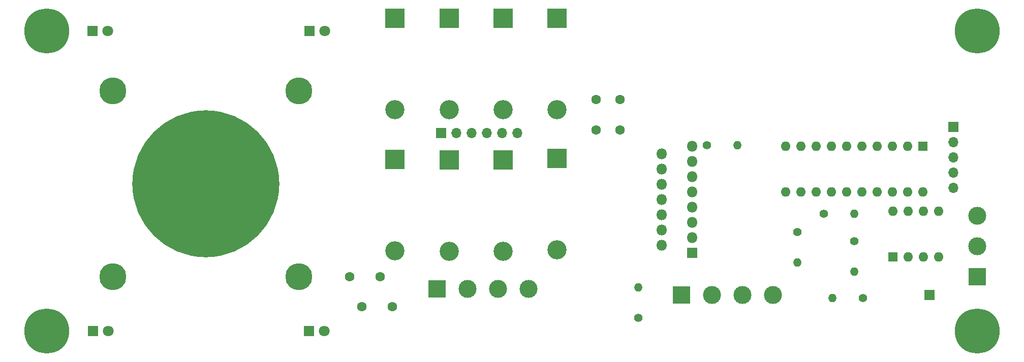
<source format=gbs>
G04 #@! TF.GenerationSoftware,KiCad,Pcbnew,(6.0.11)*
G04 #@! TF.CreationDate,2023-02-08T22:03:16+00:00*
G04 #@! TF.ProjectId,StepperDemoPCB,53746570-7065-4724-9465-6d6f5043422e,rev?*
G04 #@! TF.SameCoordinates,Original*
G04 #@! TF.FileFunction,Soldermask,Bot*
G04 #@! TF.FilePolarity,Negative*
%FSLAX46Y46*%
G04 Gerber Fmt 4.6, Leading zero omitted, Abs format (unit mm)*
G04 Created by KiCad (PCBNEW (6.0.11)) date 2023-02-08 22:03:16*
%MOMM*%
%LPD*%
G01*
G04 APERTURE LIST*
%ADD10C,24.500000*%
%ADD11C,4.500000*%
%ADD12O,1.700000X1.700000*%
%ADD13R,1.700000X1.700000*%
%ADD14C,7.500000*%
%ADD15C,1.600000*%
%ADD16C,1.400000*%
%ADD17O,1.400000X1.400000*%
%ADD18R,1.800000X1.800000*%
%ADD19C,1.800000*%
%ADD20R,3.200000X3.200000*%
%ADD21O,3.200000X3.200000*%
%ADD22R,3.000000X3.000000*%
%ADD23C,3.000000*%
%ADD24R,1.600000X1.600000*%
%ADD25O,1.600000X1.600000*%
%ADD26O,1.800000X1.800000*%
G04 APERTURE END LIST*
D10*
X66500000Y-69500000D03*
D11*
X51000000Y-54000000D03*
X82000000Y-54000000D03*
X51000000Y-85000000D03*
X82000000Y-85000000D03*
D12*
X118350000Y-61000000D03*
X115810000Y-61000000D03*
X113270000Y-61000000D03*
X110730000Y-61000000D03*
X108190000Y-61000000D03*
D13*
X105650000Y-61000000D03*
D14*
X195000000Y-94000000D03*
X40000000Y-94000000D03*
X195000000Y-44000000D03*
X40000000Y-44000000D03*
D15*
X97535000Y-90000000D03*
X92455000Y-90000000D03*
D16*
X169420000Y-74500000D03*
D17*
X174500000Y-74500000D03*
D18*
X47655000Y-94000000D03*
D19*
X50195000Y-94000000D03*
D15*
X135500000Y-60535000D03*
X135500000Y-55455000D03*
D13*
X191025000Y-59950000D03*
D12*
X191025000Y-62490000D03*
X191025000Y-65030000D03*
X191025000Y-67570000D03*
X191025000Y-70110000D03*
D13*
X187000000Y-88000000D03*
D15*
X131500000Y-60500000D03*
X131500000Y-55420000D03*
D16*
X175990000Y-88500000D03*
D17*
X170910000Y-88500000D03*
D20*
X98000000Y-65380000D03*
D21*
X98000000Y-80620000D03*
D20*
X125000000Y-65260000D03*
D21*
X125000000Y-80500000D03*
D22*
X105000000Y-87000000D03*
D23*
X110080000Y-87000000D03*
X115160000Y-87000000D03*
X120240000Y-87000000D03*
D18*
X83670000Y-94000000D03*
D19*
X86210000Y-94000000D03*
D20*
X98000000Y-41880000D03*
D21*
X98000000Y-57120000D03*
D22*
X145760000Y-88000000D03*
D23*
X150840000Y-88000000D03*
X155920000Y-88000000D03*
X161000000Y-88000000D03*
D22*
X195000000Y-85000000D03*
D23*
X195000000Y-79920000D03*
X195000000Y-74840000D03*
D20*
X116000000Y-65500000D03*
D21*
X116000000Y-80740000D03*
D20*
X125000000Y-41880000D03*
D21*
X125000000Y-57120000D03*
D20*
X107000000Y-41880000D03*
D21*
X107000000Y-57120000D03*
D16*
X165000000Y-77500000D03*
D17*
X165000000Y-82580000D03*
D18*
X83725000Y-44000000D03*
D19*
X86265000Y-44000000D03*
D16*
X138500000Y-91840000D03*
D17*
X138500000Y-86760000D03*
D16*
X150000000Y-63000000D03*
D17*
X155080000Y-63000000D03*
D24*
X185925000Y-63200000D03*
D25*
X183385000Y-63200000D03*
X180845000Y-63200000D03*
X178305000Y-63200000D03*
X175765000Y-63200000D03*
X173225000Y-63200000D03*
X170685000Y-63200000D03*
X168145000Y-63200000D03*
X165605000Y-63200000D03*
X163065000Y-63200000D03*
X163065000Y-70820000D03*
X165605000Y-70820000D03*
X168145000Y-70820000D03*
X170685000Y-70820000D03*
X173225000Y-70820000D03*
X175765000Y-70820000D03*
X178305000Y-70820000D03*
X180845000Y-70820000D03*
X183385000Y-70820000D03*
X185925000Y-70820000D03*
D24*
X180960000Y-81620000D03*
D25*
X183500000Y-81620000D03*
X186040000Y-81620000D03*
X188580000Y-81620000D03*
X188580000Y-74000000D03*
X186040000Y-74000000D03*
X183500000Y-74000000D03*
X180960000Y-74000000D03*
D20*
X107000000Y-65500000D03*
D21*
X107000000Y-80740000D03*
D20*
X116000000Y-41880000D03*
D21*
X116000000Y-57120000D03*
D16*
X174500000Y-79000000D03*
D17*
X174500000Y-84080000D03*
D18*
X47605000Y-44000000D03*
D19*
X50145000Y-44000000D03*
D15*
X90455000Y-85000000D03*
X95535000Y-85000000D03*
D18*
X147500000Y-81000000D03*
D26*
X142420000Y-79730000D03*
X147500000Y-78460000D03*
X142420000Y-77190000D03*
X147500000Y-75920000D03*
X142420000Y-74650000D03*
X147500000Y-73380000D03*
X142420000Y-72110000D03*
X147500000Y-70840000D03*
X142420000Y-69570000D03*
X147500000Y-68300000D03*
X142420000Y-67030000D03*
X147500000Y-65760000D03*
X142420000Y-64490000D03*
X147500000Y-63220000D03*
M02*

</source>
